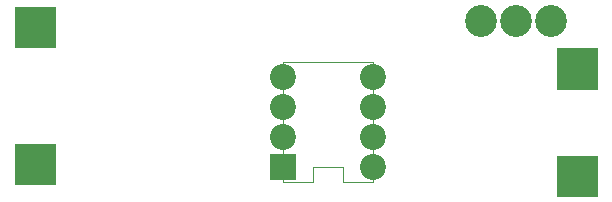
<source format=gbr>
%FSLAX34Y34*%
%MOMM*%
%LNSILK_TOP*%
G71*
G01*
%ADD10C, 2.70*%
%ADD11C, 2.20*%
%ADD12C, 0.10*%
%LPD*%
G36*
X55500Y957500D02*
X90500Y957500D01*
X90500Y922500D01*
X55500Y922500D01*
X55500Y957500D01*
G37*
G36*
X55500Y841500D02*
X90500Y841500D01*
X90500Y806500D01*
X55500Y806500D01*
X55500Y841500D01*
G37*
G36*
X514500Y831500D02*
X549500Y831500D01*
X549500Y796500D01*
X514500Y796500D01*
X514500Y831500D01*
G37*
G36*
X514500Y922500D02*
X549500Y922500D01*
X549500Y887500D01*
X514500Y887500D01*
X514500Y922500D01*
G37*
X450000Y946000D02*
G54D10*
D03*
X480000Y946000D02*
G54D10*
D03*
X510000Y946000D02*
G54D10*
D03*
X283000Y898000D02*
G54D11*
D03*
X283000Y872600D02*
G54D11*
D03*
X283000Y847200D02*
G54D11*
D03*
G36*
X272000Y832800D02*
X294000Y832800D01*
X294000Y810800D01*
X272000Y810800D01*
X272000Y832800D01*
G37*
X359200Y821800D02*
G54D11*
D03*
X359200Y847200D02*
G54D11*
D03*
X359200Y872600D02*
G54D11*
D03*
X359200Y898000D02*
G54D11*
D03*
G54D12*
X283000Y910700D02*
X283000Y809100D01*
X308400Y809100D01*
X308400Y821800D01*
X333800Y821800D01*
X333800Y809100D01*
X359200Y809100D01*
X359200Y910700D01*
X283000Y910700D01*
M02*

</source>
